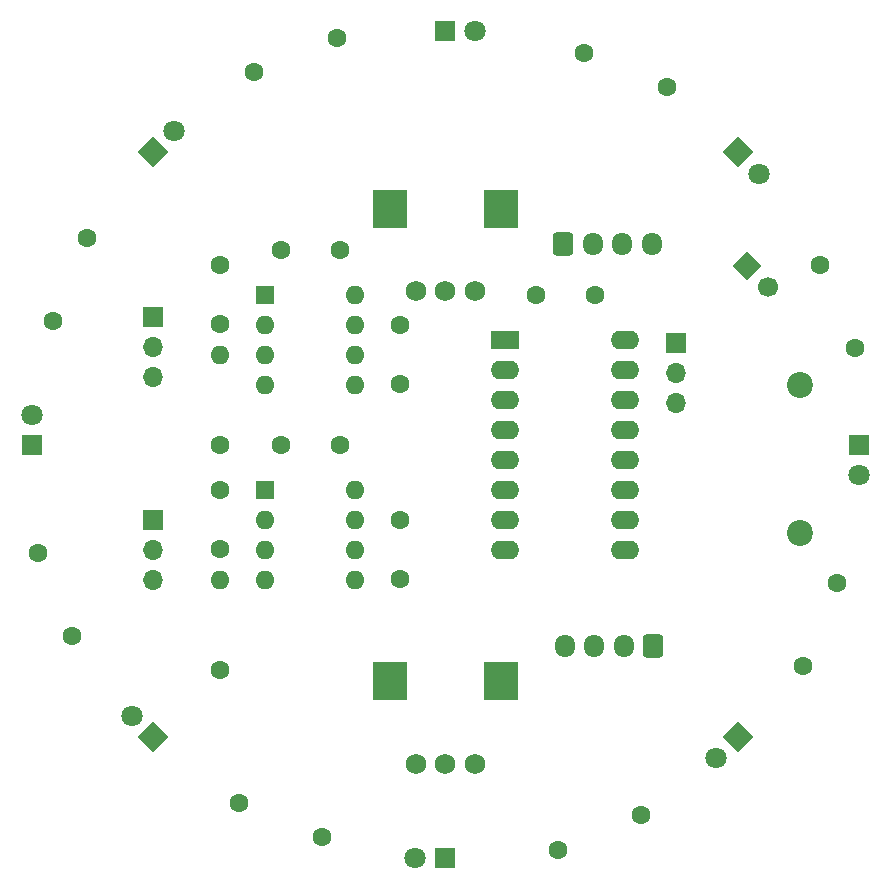
<source format=gbs>
G04 #@! TF.GenerationSoftware,KiCad,Pcbnew,7.0.8*
G04 #@! TF.CreationDate,2023-11-13T16:00:45+01:00*
G04 #@! TF.ProjectId,christmas,63687269-7374-46d6-9173-2e6b69636164,rev?*
G04 #@! TF.SameCoordinates,Original*
G04 #@! TF.FileFunction,Soldermask,Bot*
G04 #@! TF.FilePolarity,Negative*
%FSLAX46Y46*%
G04 Gerber Fmt 4.6, Leading zero omitted, Abs format (unit mm)*
G04 Created by KiCad (PCBNEW 7.0.8) date 2023-11-13 16:00:45*
%MOMM*%
%LPD*%
G01*
G04 APERTURE LIST*
G04 Aperture macros list*
%AMRoundRect*
0 Rectangle with rounded corners*
0 $1 Rounding radius*
0 $2 $3 $4 $5 $6 $7 $8 $9 X,Y pos of 4 corners*
0 Add a 4 corners polygon primitive as box body*
4,1,4,$2,$3,$4,$5,$6,$7,$8,$9,$2,$3,0*
0 Add four circle primitives for the rounded corners*
1,1,$1+$1,$2,$3*
1,1,$1+$1,$4,$5*
1,1,$1+$1,$6,$7*
1,1,$1+$1,$8,$9*
0 Add four rect primitives between the rounded corners*
20,1,$1+$1,$2,$3,$4,$5,0*
20,1,$1+$1,$4,$5,$6,$7,0*
20,1,$1+$1,$6,$7,$8,$9,0*
20,1,$1+$1,$8,$9,$2,$3,0*%
%AMHorizOval*
0 Thick line with rounded ends*
0 $1 width*
0 $2 $3 position (X,Y) of the first rounded end (center of the circle)*
0 $4 $5 position (X,Y) of the second rounded end (center of the circle)*
0 Add line between two ends*
20,1,$1,$2,$3,$4,$5,0*
0 Add two circle primitives to create the rounded ends*
1,1,$1,$2,$3*
1,1,$1,$4,$5*%
%AMRotRect*
0 Rectangle, with rotation*
0 The origin of the aperture is its center*
0 $1 length*
0 $2 width*
0 $3 Rotation angle, in degrees counterclockwise*
0 Add horizontal line*
21,1,$1,$2,0,0,$3*%
G04 Aperture macros list end*
%ADD10R,3.000000X3.200000*%
%ADD11C,1.750000*%
%ADD12R,1.800000X1.800000*%
%ADD13C,1.800000*%
%ADD14R,2.400000X1.600000*%
%ADD15O,2.400000X1.600000*%
%ADD16C,1.600000*%
%ADD17O,1.600000X1.600000*%
%ADD18HorizOval,1.600000X0.000000X0.000000X0.000000X0.000000X0*%
%ADD19HorizOval,1.600000X0.000000X0.000000X0.000000X0.000000X0*%
%ADD20HorizOval,1.600000X0.000000X0.000000X0.000000X0.000000X0*%
%ADD21HorizOval,1.600000X0.000000X0.000000X0.000000X0.000000X0*%
%ADD22C,2.200000*%
%ADD23HorizOval,1.600000X0.000000X0.000000X0.000000X0.000000X0*%
%ADD24RotRect,1.700000X1.700000X45.000000*%
%ADD25HorizOval,1.700000X0.000000X0.000000X0.000000X0.000000X0*%
%ADD26HorizOval,1.600000X0.000000X0.000000X0.000000X0.000000X0*%
%ADD27R,1.700000X1.700000*%
%ADD28O,1.700000X1.700000*%
%ADD29RotRect,1.800000X1.800000X315.000000*%
%ADD30HorizOval,1.600000X0.000000X0.000000X0.000000X0.000000X0*%
%ADD31RotRect,1.800000X1.800000X135.000000*%
%ADD32R,1.600000X1.600000*%
%ADD33RotRect,1.800000X1.800000X225.000000*%
%ADD34RotRect,1.800000X1.800000X45.000000*%
%ADD35HorizOval,1.600000X0.000000X0.000000X0.000000X0.000000X0*%
%ADD36RoundRect,0.250000X-0.600000X-0.725000X0.600000X-0.725000X0.600000X0.725000X-0.600000X0.725000X0*%
%ADD37O,1.700000X1.950000*%
%ADD38RoundRect,0.250000X0.600000X0.725000X-0.600000X0.725000X-0.600000X-0.725000X0.600000X-0.725000X0*%
G04 APERTURE END LIST*
D10*
X147700000Y-121600000D03*
X157100000Y-121600000D03*
D11*
X149900000Y-128600000D03*
X152400000Y-128600000D03*
X154900000Y-128600000D03*
D10*
X147700000Y-81600000D03*
X157100000Y-81600000D03*
D11*
X149900000Y-88600000D03*
X152400000Y-88600000D03*
X154900000Y-88600000D03*
D12*
X187400000Y-101600000D03*
D13*
X187400000Y-104140000D03*
D14*
X157480000Y-92710000D03*
D15*
X157480000Y-95250000D03*
X157480000Y-97790000D03*
X157480000Y-100330000D03*
X157480000Y-102870000D03*
X157480000Y-105410000D03*
X157480000Y-107950000D03*
X157480000Y-110490000D03*
X167640000Y-110490000D03*
X167640000Y-107950000D03*
X167640000Y-105410000D03*
X167640000Y-102870000D03*
X167640000Y-100330000D03*
X167640000Y-97790000D03*
X167640000Y-95250000D03*
X167640000Y-92710000D03*
D16*
X133340000Y-120640000D03*
D17*
X133340000Y-113020000D03*
D16*
X161925000Y-135890000D03*
D18*
X168964962Y-132973952D03*
D16*
X133340000Y-105440000D03*
X133340000Y-110440000D03*
X171159981Y-71308024D03*
D19*
X164120019Y-68391976D03*
D16*
X187066048Y-93399962D03*
D20*
X184150000Y-86360000D03*
D16*
X138510000Y-85090000D03*
X143510000Y-85090000D03*
D12*
X152400000Y-136600000D03*
D13*
X149860000Y-136600000D03*
D16*
X182691976Y-120359981D03*
D21*
X185608024Y-113320019D03*
D22*
X182400000Y-96520000D03*
D12*
X152400000Y-66600000D03*
D13*
X154940000Y-66600000D03*
D16*
X133350000Y-101600000D03*
D17*
X133350000Y-93980000D03*
D16*
X122108024Y-84110019D03*
D23*
X119191976Y-91149981D03*
D24*
X177908949Y-86468949D03*
D25*
X179705000Y-88265000D03*
D22*
X182400000Y-109100000D03*
D16*
X134910019Y-131891976D03*
D26*
X141949981Y-134808024D03*
D27*
X127635000Y-107950000D03*
D28*
X127635000Y-110490000D03*
X127635000Y-113030000D03*
D29*
X177148737Y-76851262D03*
D13*
X178944788Y-78647313D03*
D12*
X117400000Y-101600000D03*
D13*
X117400000Y-99060000D03*
D16*
X117921976Y-110780019D03*
D30*
X120838024Y-117819981D03*
D16*
X160060000Y-88900000D03*
X165060000Y-88900000D03*
X138470000Y-101600000D03*
X143470000Y-101600000D03*
D31*
X127651262Y-126348737D03*
D13*
X125855211Y-124552686D03*
D32*
X137160000Y-105410000D03*
D17*
X137160000Y-107950000D03*
X137160000Y-110490000D03*
X137160000Y-113030000D03*
X144780000Y-113030000D03*
X144780000Y-110490000D03*
X144780000Y-107950000D03*
X144780000Y-105410000D03*
D33*
X177148737Y-126348737D03*
D13*
X175352686Y-128144788D03*
D27*
X171980000Y-92960000D03*
D28*
X171980000Y-95500000D03*
X171980000Y-98040000D03*
D34*
X127651262Y-76851262D03*
D13*
X129447313Y-75055211D03*
D32*
X137170000Y-88910000D03*
D17*
X137170000Y-91450000D03*
X137170000Y-93990000D03*
X137170000Y-96530000D03*
X144790000Y-96530000D03*
X144790000Y-93990000D03*
X144790000Y-91450000D03*
X144790000Y-88910000D03*
D27*
X127635000Y-90805000D03*
D28*
X127635000Y-93345000D03*
X127635000Y-95885000D03*
D16*
X143219981Y-67121976D03*
D35*
X136180019Y-70038024D03*
D16*
X148590000Y-107990000D03*
X148590000Y-112990000D03*
X133350000Y-86400000D03*
X133350000Y-91400000D03*
X148590000Y-91480000D03*
X148590000Y-96480000D03*
D36*
X162400000Y-84600000D03*
D37*
X164900000Y-84600000D03*
X167400000Y-84600000D03*
X169900000Y-84600000D03*
D38*
X170020000Y-118600000D03*
D37*
X167520000Y-118600000D03*
X165020000Y-118600000D03*
X162520000Y-118600000D03*
M02*

</source>
